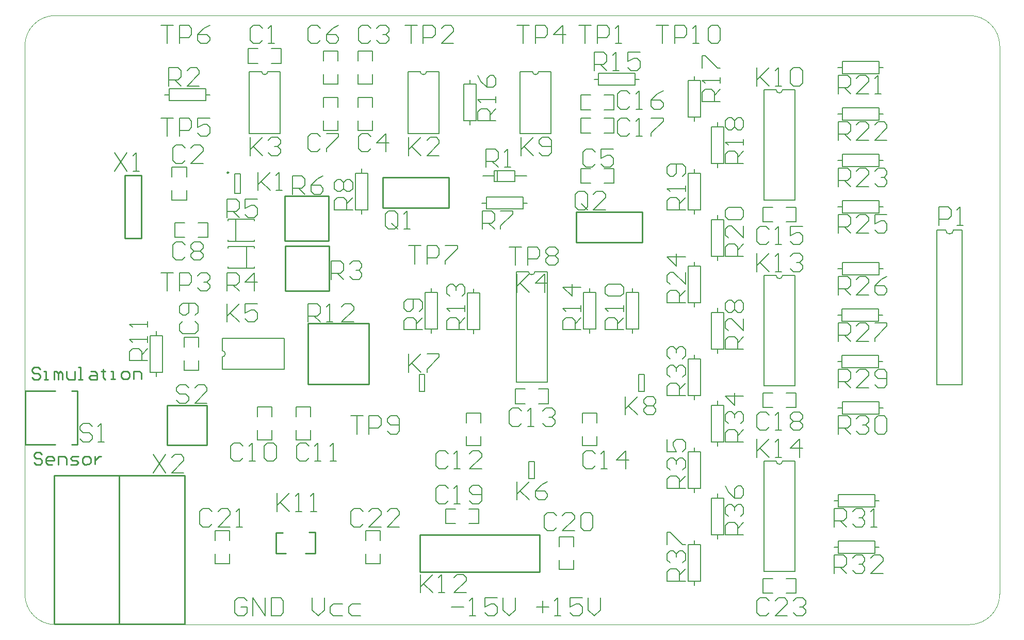
<source format=gto>
G04*
G04 #@! TF.GenerationSoftware,Altium Limited,Altium Designer,20.1.12 (249)*
G04*
G04 Layer_Color=65535*
%FSLAX25Y25*%
%MOIN*%
G70*
G04*
G04 #@! TF.SameCoordinates,6C7D9CAF-E978-41D4-BD8A-455F840FEFA2*
G04*
G04*
G04 #@! TF.FilePolarity,Positive*
G04*
G01*
G75*
%ADD10C,0.00984*%
%ADD11C,0.00787*%
%ADD12C,0.01000*%
%ADD13C,0.00591*%
%ADD14C,0.00197*%
D10*
X131693Y292185D02*
G03*
X131693Y292185I-492J0D01*
G01*
D11*
X595000Y255000D02*
G03*
X600000Y255000I2500J0D01*
G01*
X485500Y105630D02*
G03*
X489500Y105630I2000J0D01*
G01*
X485500Y225630D02*
G03*
X489500Y225630I2000J0D01*
G01*
X485500Y345630D02*
G03*
X489500Y345630I2000J0D01*
G01*
X328000Y357500D02*
G03*
X332000Y357500I2000J0D01*
G01*
X127500Y173000D02*
G03*
X127500Y177000I0J2000D01*
G01*
X325500Y228130D02*
G03*
X329500Y228130I2000J0D01*
G01*
X153000Y357500D02*
G03*
X157000Y357500I2000J0D01*
G01*
X255500D02*
G03*
X259500Y357500I2000J0D01*
G01*
X127500Y165000D02*
Y173000D01*
Y177000D02*
Y185000D01*
X167500D01*
X127500Y165000D02*
X167500D01*
Y185000D01*
X135728Y278701D02*
Y291299D01*
X139272Y278701D02*
Y291299D01*
X135728D02*
X139272D01*
X135728Y278701D02*
X139272D01*
X148193Y261050D02*
Y262034D01*
Y247861D02*
Y248845D01*
X131263Y247861D02*
Y248845D01*
Y262034D02*
X148193D01*
X131263Y247861D02*
X148193D01*
X131263Y261050D02*
Y262034D01*
X136185Y247861D02*
Y262034D01*
X131263Y230361D02*
Y231345D01*
Y243550D02*
Y244534D01*
X148193Y243550D02*
Y244534D01*
X131263Y230361D02*
X148193D01*
X131263Y244534D02*
X148193D01*
Y230361D02*
Y231345D01*
X143271Y230361D02*
Y244534D01*
X436437Y28091D02*
Y51713D01*
X428563D02*
X436437D01*
X428563Y28091D02*
Y51713D01*
X432500D02*
Y54469D01*
Y25335D02*
Y28091D01*
X428563D02*
X436437D01*
X451437Y58189D02*
Y81811D01*
X443563D02*
X451437D01*
X443563Y58189D02*
Y81811D01*
X447500D02*
Y84567D01*
Y55433D02*
Y58189D01*
X443563D02*
X451437D01*
X436437Y88090D02*
Y111713D01*
X428563D02*
X436437D01*
X428563Y88090D02*
Y111713D01*
X432500D02*
Y114469D01*
Y85335D02*
Y88090D01*
X428563D02*
X436437D01*
X451437Y118189D02*
Y141811D01*
X443563D02*
X451437D01*
X443563Y118189D02*
Y141811D01*
X447500D02*
Y144567D01*
Y115433D02*
Y118189D01*
X443563D02*
X451437D01*
X436437Y148091D02*
Y171713D01*
X428563D02*
X436437D01*
X428563Y148091D02*
Y171713D01*
X432500D02*
Y174469D01*
Y145335D02*
Y148091D01*
X428563D02*
X436437D01*
X525689Y46063D02*
Y53937D01*
X522933Y50000D02*
X525689D01*
X549311D02*
X552067D01*
X525689Y53937D02*
X549311D01*
Y46063D02*
Y53937D01*
X525689Y46063D02*
X549311D01*
X525689Y76063D02*
Y83937D01*
X522933Y80000D02*
X525689D01*
X549311D02*
X552067D01*
X525689Y83937D02*
X549311D01*
Y76063D02*
Y83937D01*
X525689Y76063D02*
X549311D01*
X528189Y136063D02*
Y143937D01*
X525433Y140000D02*
X528189D01*
X551811D02*
X554567D01*
X528189Y143937D02*
X551811D01*
Y136063D02*
Y143937D01*
X528189Y136063D02*
X551811D01*
X527874Y166063D02*
Y173937D01*
X525118Y170000D02*
X527874D01*
X551496D02*
X554252D01*
X527874Y173937D02*
X551496D01*
Y166063D02*
Y173937D01*
X527874Y166063D02*
X551496D01*
X443563Y178189D02*
X451437D01*
X447500Y175433D02*
Y178189D01*
Y201811D02*
Y204567D01*
X443563Y178189D02*
Y201811D01*
X451437D01*
Y178189D02*
Y201811D01*
X527874Y196063D02*
Y203937D01*
X525118Y200000D02*
X527874D01*
X551496D02*
X554252D01*
X527874Y203937D02*
X551496D01*
Y196063D02*
Y203937D01*
X527874Y196063D02*
X551496D01*
X528189Y226063D02*
Y233937D01*
X525433Y230000D02*
X528189D01*
X551811D02*
X554567D01*
X528189Y233937D02*
X551811D01*
Y226063D02*
Y233937D01*
X528189Y226063D02*
X551811D01*
X528189Y266063D02*
Y273937D01*
X525433Y270000D02*
X528189D01*
X551811D02*
X554567D01*
X528189Y273937D02*
X551811D01*
Y266063D02*
Y273937D01*
X528189Y266063D02*
X551811D01*
X436437Y208090D02*
Y231713D01*
X428563D02*
X436437D01*
X428563Y208090D02*
Y231713D01*
X432500D02*
Y234469D01*
Y205335D02*
Y208090D01*
X428563D02*
X436437D01*
X528189Y296063D02*
Y303937D01*
X525433Y300000D02*
X528189D01*
X551811D02*
X554567D01*
X528189Y303937D02*
X551811D01*
Y296063D02*
Y303937D01*
X528189Y296063D02*
X551811D01*
X528189Y326063D02*
Y333937D01*
X525433Y330000D02*
X528189D01*
X551811D02*
X554567D01*
X528189Y333937D02*
X551811D01*
Y326063D02*
Y333937D01*
X528189Y326063D02*
X551811D01*
X528189Y356063D02*
Y363937D01*
X525433Y360000D02*
X528189D01*
X551811D02*
X554567D01*
X528189Y363937D02*
X551811D01*
Y356063D02*
Y363937D01*
X528189Y356063D02*
X551811D01*
X451437Y238189D02*
Y261811D01*
X443563D02*
X451437D01*
X443563Y238189D02*
Y261811D01*
X447500D02*
Y264567D01*
Y235433D02*
Y238189D01*
X443563D02*
X451437D01*
X436437Y268091D02*
Y291713D01*
X428563D02*
X436437D01*
X428563Y268091D02*
Y291713D01*
X432500D02*
Y294468D01*
Y265335D02*
Y268091D01*
X428563D02*
X436437D01*
X451437Y298189D02*
Y321811D01*
X443563D02*
X451437D01*
X443563Y298189D02*
Y321811D01*
X447500D02*
Y324567D01*
Y295433D02*
Y298189D01*
X443563D02*
X451437D01*
X436437Y328091D02*
Y351713D01*
X428563D02*
X436437D01*
X428563Y328091D02*
Y351713D01*
X432500D02*
Y354468D01*
Y325335D02*
Y328091D01*
X428563D02*
X436437D01*
X283563Y325689D02*
X291437D01*
X287500Y322933D02*
Y325689D01*
Y349311D02*
Y352067D01*
X283563Y325689D02*
Y349311D01*
X291437D01*
Y325689D02*
Y349311D01*
X394311Y348563D02*
Y356437D01*
Y352500D02*
X397067D01*
X367933D02*
X370689D01*
Y348563D02*
X394311D01*
X370689D02*
Y356437D01*
X394311D01*
X361063Y214626D02*
X368937D01*
X365000D02*
Y217382D01*
Y188248D02*
Y191004D01*
X368937D02*
Y214626D01*
X361063Y191004D02*
X368937D01*
X361063D02*
Y214626D01*
X286063Y190689D02*
X293937D01*
X290000Y187933D02*
Y190689D01*
Y214311D02*
Y217067D01*
X286063Y190689D02*
Y214311D01*
X293937D01*
Y190689D02*
Y214311D01*
X88937Y163189D02*
Y186811D01*
X81063D02*
X88937D01*
X81063Y163189D02*
Y186811D01*
X85000D02*
Y189567D01*
Y160433D02*
Y163189D01*
X81063D02*
X88937D01*
X388563Y191004D02*
X396437D01*
X392500Y188248D02*
Y191004D01*
Y214626D02*
Y217382D01*
X388563Y191004D02*
Y214626D01*
X396437D01*
Y191004D02*
Y214626D01*
X258563Y191004D02*
X266437D01*
X262500Y188248D02*
Y191004D01*
Y214626D02*
Y217382D01*
X258563Y191004D02*
Y214626D01*
X266437D01*
Y191004D02*
Y214626D01*
X213563Y291811D02*
X221437D01*
X217500D02*
Y294567D01*
Y265433D02*
Y268189D01*
X221437D02*
Y291811D01*
X213563Y268189D02*
X221437D01*
X213563D02*
Y291811D01*
X298189Y268563D02*
Y276437D01*
X295433Y272500D02*
X298189D01*
X321811D02*
X324567D01*
X298189Y276437D02*
X321811D01*
Y268563D02*
Y276437D01*
X298189Y268563D02*
X321811D01*
X93189Y338563D02*
X116811D01*
Y346437D01*
X93189D02*
X116811D01*
Y342500D02*
X119567D01*
X90433D02*
X93189D01*
Y338563D02*
Y346437D01*
X303307Y293543D02*
X316693D01*
X303307Y286457D02*
X316693D01*
Y293543D01*
X303307Y286457D02*
Y293543D01*
X305276Y286457D02*
Y293543D01*
X295827Y290000D02*
X303307D01*
X316693D02*
X324173D01*
X589331Y155000D02*
Y255000D01*
Y155000D02*
X605669D01*
Y255000D01*
X600000D02*
X605669D01*
X589331D02*
X595000D01*
X477500Y34370D02*
X497500D01*
X477500D02*
Y105630D01*
X497500Y34370D02*
Y105630D01*
X489500D02*
X497500D01*
X477500D02*
X485500D01*
X477500Y154370D02*
X497500D01*
X477500D02*
Y225630D01*
X497500Y154370D02*
Y225630D01*
X489500D02*
X497500D01*
X477500D02*
X485500D01*
X477500Y274370D02*
X497500D01*
X477500D02*
Y345630D01*
X497500Y274370D02*
Y345630D01*
X489500D02*
X497500D01*
X477500D02*
X485500D01*
X320000Y317500D02*
X340000D01*
X320000D02*
Y357500D01*
X340000Y317500D02*
Y357500D01*
X332000D02*
X340000D01*
X320000D02*
X328000D01*
X400177Y150748D02*
Y161772D01*
X396634Y150748D02*
Y161772D01*
Y150748D02*
X400177D01*
X396634Y161772D02*
X400177D01*
X258366Y150748D02*
Y161772D01*
X254823Y150748D02*
Y161772D01*
Y150748D02*
X258366D01*
X254823Y161772D02*
X258366D01*
X325728Y105512D02*
X329272D01*
X325728Y94488D02*
X329272D01*
X325728D02*
Y105512D01*
X329272Y94488D02*
Y105512D01*
X317500Y156870D02*
X337500D01*
X317500D02*
Y228130D01*
X337500Y156870D02*
Y228130D01*
X329500D02*
X337500D01*
X317500D02*
X325500D01*
X145000Y317500D02*
X165000D01*
X145000D02*
Y357500D01*
X165000Y317500D02*
Y357500D01*
X157000D02*
X165000D01*
X145000D02*
X153000D01*
X247500Y317500D02*
X267500D01*
X247500D02*
Y357500D01*
X267500Y317500D02*
Y357500D01*
X259500D02*
X267500D01*
X247500D02*
X255500D01*
X476870Y20276D02*
X483169D01*
X476870Y29724D02*
X483169D01*
X476870Y20276D02*
Y29724D01*
X498131Y20275D02*
Y29724D01*
X491831D02*
X498131D01*
X491831Y20275D02*
X498131D01*
X229725Y54331D02*
Y60631D01*
X220276Y54331D02*
Y60631D01*
X229725D01*
X220276Y39370D02*
X229724D01*
X220276D02*
Y45669D01*
X229724Y39370D02*
Y45669D01*
X132225Y54331D02*
Y60631D01*
X122776Y54331D02*
Y60631D01*
X132225D01*
X122776Y39370D02*
X132224D01*
X122776D02*
Y45669D01*
X132224Y39370D02*
Y45669D01*
X345275Y35570D02*
Y41869D01*
X354724Y35570D02*
Y41869D01*
X345275Y35570D02*
X354724D01*
X345276Y56831D02*
X354724D01*
Y50532D02*
Y56831D01*
X345276Y50532D02*
Y56831D01*
X271869Y74725D02*
X278169D01*
X271869Y65276D02*
X278169D01*
X271869D02*
Y74725D01*
X293130Y65276D02*
Y74724D01*
X286831Y65276D02*
X293130D01*
X286831Y74724D02*
X293130D01*
X476870Y140276D02*
X483169D01*
X476870Y149724D02*
X483169D01*
X476870Y140276D02*
Y149724D01*
X498131Y140275D02*
Y149724D01*
X491831D02*
X498131D01*
X491831Y140275D02*
X498131D01*
X359370Y317776D02*
X365669D01*
X359370Y327224D02*
X365669D01*
X359370Y317776D02*
Y327224D01*
X380631Y317775D02*
Y327224D01*
X374331D02*
X380631D01*
X374331Y317775D02*
X380631D01*
X359370Y332776D02*
X365669D01*
X359370Y342224D02*
X365669D01*
X359370Y332776D02*
Y342224D01*
X380631Y332775D02*
Y342224D01*
X374331D02*
X380631D01*
X374331Y332775D02*
X380631D01*
X476870Y260276D02*
X483169D01*
X476870Y269724D02*
X483169D01*
X476870Y260276D02*
Y269724D01*
X498131Y260275D02*
Y269724D01*
X491831D02*
X498131D01*
X491831Y260275D02*
X498131D01*
X360276Y130532D02*
Y136831D01*
X369724Y130532D02*
Y136831D01*
X360276D02*
X369724D01*
X360275Y115570D02*
X369724D01*
Y121869D01*
X360275Y115570D02*
Y121869D01*
X331831Y152224D02*
X338130D01*
X331831Y142776D02*
X338130D01*
Y152224D01*
X316869Y142776D02*
Y152225D01*
Y142776D02*
X323169D01*
X316869Y152225D02*
X323169D01*
X285276Y130532D02*
Y136831D01*
X294724Y130532D02*
Y136831D01*
X285276D02*
X294724D01*
X285275Y115570D02*
X294724D01*
Y121869D01*
X285275Y115570D02*
Y121869D01*
X175275Y119369D02*
Y125669D01*
X184724Y119369D02*
Y125669D01*
X175275Y119369D02*
X184724D01*
X175276Y140630D02*
X184724D01*
Y134331D02*
Y140630D01*
X175276Y134331D02*
Y140630D01*
X150275Y119369D02*
Y125669D01*
X159724Y119369D02*
Y125669D01*
X150275Y119369D02*
X159724D01*
X150276Y140630D02*
X159724D01*
Y134331D02*
Y140630D01*
X150276Y134331D02*
Y140630D01*
X102775Y164369D02*
Y170669D01*
X112224Y164369D02*
Y170669D01*
X102775Y164369D02*
X112224D01*
X102776Y185630D02*
X112224D01*
Y179331D02*
Y185630D01*
X102776Y179331D02*
Y185630D01*
X111831Y259724D02*
X118130D01*
X111831Y250276D02*
X118130D01*
Y259724D01*
X96869Y250276D02*
Y259725D01*
Y250276D02*
X103169D01*
X96869Y259725D02*
X103169D01*
X202225Y334331D02*
Y340631D01*
X192776Y334331D02*
Y340631D01*
X202225D01*
X192776Y319370D02*
X202224D01*
X192776D02*
Y325669D01*
X202224Y319370D02*
Y325669D01*
X192776Y364331D02*
Y370630D01*
X202224Y364331D02*
Y370630D01*
X192776D02*
X202224D01*
X192775Y349369D02*
X202224D01*
Y355669D01*
X192775Y349369D02*
Y355669D01*
X359370Y285276D02*
X365669D01*
X359370Y294724D02*
X365669D01*
X359370Y285276D02*
Y294724D01*
X380631Y285275D02*
Y294724D01*
X374331D02*
X380631D01*
X374331Y285275D02*
X380631D01*
X224724Y319370D02*
Y325669D01*
X215276Y319370D02*
Y325669D01*
Y319370D02*
X224724D01*
X215276Y340631D02*
X224725D01*
X215276Y334331D02*
Y340631D01*
X224725Y334331D02*
Y340631D01*
X215276Y364331D02*
Y370630D01*
X224724Y364331D02*
Y370630D01*
X215276D02*
X224724D01*
X215275Y349369D02*
X224724D01*
Y355669D01*
X215275Y349369D02*
Y355669D01*
X95003Y274317D02*
Y280616D01*
X104452Y274317D02*
Y280616D01*
X95003Y274317D02*
X104452D01*
X95004Y295577D02*
X104453D01*
Y289278D02*
Y295577D01*
X95004Y289278D02*
Y295577D01*
X144370Y362776D02*
X150669D01*
X144370Y372224D02*
X150669D01*
X144370Y362776D02*
Y372224D01*
X165631Y362775D02*
Y372224D01*
X159331D02*
X165631D01*
X159331Y362775D02*
X165631D01*
D12*
X34055Y116535D02*
Y151181D01*
X197Y116535D02*
Y151181D01*
X30118D02*
X34055D01*
X197D02*
X19488D01*
X197Y116535D02*
X19488D01*
X30118D02*
X34055D01*
X273917Y269508D02*
Y289193D01*
X231398Y269508D02*
X273917D01*
X231398D02*
Y289193D01*
X273917D01*
X356398Y266693D02*
X398917D01*
X356398Y247008D02*
Y266693D01*
Y247008D02*
X398917D01*
Y266693D01*
X75217Y249764D02*
Y290315D01*
X64685Y249764D02*
X75217D01*
X64685D02*
Y290315D01*
X75217D01*
X196342Y248176D02*
Y277113D01*
X168094D02*
X196342D01*
X168094Y248176D02*
X196342D01*
X168094D02*
Y277113D01*
X196614Y215728D02*
Y244665D01*
X168366D02*
X196614D01*
X168366Y215728D02*
X196614D01*
X168366D02*
Y244665D01*
X91890Y141654D02*
X117480D01*
Y116063D02*
Y141654D01*
X91890Y116063D02*
X117480D01*
X91890D02*
Y141654D01*
X18917Y433D02*
Y96507D01*
X61043Y433D02*
Y96507D01*
X18917D02*
X103288D01*
X18917Y433D02*
X103211D01*
X103288Y511D01*
Y96507D01*
X183012Y155354D02*
Y194626D01*
Y155354D02*
X222185D01*
X183012Y194626D02*
X222185D01*
Y155354D02*
Y194626D01*
X255157Y33996D02*
X332716D01*
Y58012D01*
X255157Y33996D02*
Y58012D01*
X332716D01*
X162205Y46201D02*
Y59390D01*
X187598Y46201D02*
Y59587D01*
X162205Y46201D02*
X168701D01*
X181299D02*
X187598D01*
X183661Y59587D02*
X187598D01*
X162205Y59390D02*
X166535D01*
X11071Y109994D02*
X9754Y111301D01*
X7130Y111291D01*
X5824Y109974D01*
X5829Y108662D01*
X7146Y107355D01*
X9770Y107365D01*
X11087Y106059D01*
X11092Y104747D01*
X9785Y103430D01*
X7162Y103419D01*
X5844Y104726D01*
X17657Y103461D02*
X15033Y103451D01*
X13716Y104757D01*
X13705Y107381D01*
X15012Y108698D01*
X17636Y108709D01*
X18953Y107402D01*
X18958Y106090D01*
X13711Y106069D01*
X21592Y103477D02*
X21572Y108724D01*
X25507Y108740D01*
X26824Y107433D01*
X26840Y103497D01*
X29464Y103508D02*
X33400Y103523D01*
X34706Y104841D01*
X33389Y106147D01*
X30765Y106137D01*
X29448Y107443D01*
X30755Y108761D01*
X34691Y108776D01*
X38647Y103544D02*
X41271Y103555D01*
X42578Y104872D01*
X42567Y107496D01*
X41250Y108802D01*
X38626Y108792D01*
X37320Y107475D01*
X37330Y104851D01*
X38647Y103544D01*
X45186Y108818D02*
X45207Y103570D01*
X45196Y106194D01*
X46503Y107511D01*
X47810Y108828D01*
X49122Y108834D01*
X9796Y164940D02*
X8479Y166246D01*
X5855Y166236D01*
X4549Y164919D01*
X4554Y163607D01*
X5871Y162300D01*
X8495Y162311D01*
X9812Y161004D01*
X9817Y159692D01*
X8510Y158375D01*
X5887Y158364D01*
X4569Y159671D01*
X12446Y158390D02*
X15070Y158401D01*
X13758Y158396D01*
X13737Y163643D01*
X12425Y163638D01*
X19006Y158417D02*
X18985Y163664D01*
X20297Y163669D01*
X21614Y162363D01*
X21629Y158427D01*
X21614Y162363D01*
X22920Y163680D01*
X24238Y162373D01*
X24253Y158437D01*
X26856Y163696D02*
X26872Y159760D01*
X28189Y158453D01*
X32125Y158469D01*
X32104Y163716D01*
X34748Y158479D02*
X37372Y158490D01*
X36060Y158484D01*
X36029Y166356D01*
X34717Y166351D01*
X42599Y163758D02*
X45223Y163768D01*
X46540Y162462D01*
X46556Y158526D01*
X42620Y158510D01*
X41303Y159817D01*
X42609Y161134D01*
X46545Y161150D01*
X50465Y165101D02*
X50470Y163789D01*
X49158Y163784D01*
X51782Y163795D01*
X50470Y163789D01*
X50486Y159854D01*
X51803Y158547D01*
X55739Y158563D02*
X58363Y158573D01*
X57051Y158568D01*
X57030Y163815D01*
X55718Y163810D01*
X63610Y158594D02*
X66234Y158604D01*
X67541Y159921D01*
X67530Y162545D01*
X66213Y163852D01*
X63589Y163841D01*
X62283Y162524D01*
X62293Y159900D01*
X63610Y158594D01*
X70170Y158620D02*
X70149Y163867D01*
X74085Y163883D01*
X75402Y162576D01*
X75417Y158641D01*
D13*
X318091Y387398D02*
X325962D01*
X322026D01*
Y375590D01*
X329898D02*
Y387398D01*
X335801D01*
X337769Y385430D01*
Y381494D01*
X335801Y379526D01*
X329898D01*
X347608Y375590D02*
Y387398D01*
X341705Y381494D01*
X349576D01*
X58091Y304898D02*
X65962Y293091D01*
Y304898D02*
X58091Y293091D01*
X69898D02*
X73834D01*
X71866D01*
Y304898D01*
X69898Y302930D01*
X240962Y257558D02*
Y265430D01*
X238994Y267398D01*
X235058D01*
X233090Y265430D01*
Y257558D01*
X235058Y255591D01*
X238994D01*
X237026Y259526D02*
X240962Y255591D01*
X238994D02*
X240962Y257558D01*
X244898Y255591D02*
X248833D01*
X246866D01*
Y267398D01*
X244898Y265430D01*
X304410Y325590D02*
X292602D01*
Y331494D01*
X294570Y333462D01*
X298506D01*
X300474Y331494D01*
Y325590D01*
Y329526D02*
X304410Y333462D01*
Y337398D02*
Y341334D01*
Y339366D01*
X292602D01*
X294570Y337398D01*
X292602Y355109D02*
X294570Y351173D01*
X298506Y347237D01*
X302442D01*
X304410Y349205D01*
Y353141D01*
X302442Y355109D01*
X300474D01*
X298506Y353141D01*
Y347237D01*
X173091Y278091D02*
Y289898D01*
X178994D01*
X180962Y287930D01*
Y283994D01*
X178994Y282026D01*
X173091D01*
X177026D02*
X180962Y278091D01*
X192769Y289898D02*
X188833Y287930D01*
X184898Y283994D01*
Y280058D01*
X186866Y278091D01*
X190801D01*
X192769Y280058D01*
Y282026D01*
X190801Y283994D01*
X184898D01*
X198091Y223091D02*
Y234898D01*
X203994D01*
X205962Y232930D01*
Y228994D01*
X203994Y227026D01*
X198091D01*
X202026D02*
X205962Y223091D01*
X209898Y232930D02*
X211866Y234898D01*
X215801D01*
X217769Y232930D01*
Y230962D01*
X215801Y228994D01*
X213833D01*
X215801D01*
X217769Y227026D01*
Y225058D01*
X215801Y223091D01*
X211866D01*
X209898Y225058D01*
X105962Y152930D02*
X103994Y154898D01*
X100058D01*
X98090Y152930D01*
Y150962D01*
X100058Y148994D01*
X103994D01*
X105962Y147026D01*
Y145058D01*
X103994Y143090D01*
X100058D01*
X98090Y145058D01*
X117769Y143090D02*
X109898D01*
X117769Y150962D01*
Y152930D01*
X115801Y154898D01*
X111866D01*
X109898Y152930D01*
X150591Y292398D02*
Y280591D01*
Y284526D01*
X158462Y292398D01*
X152558Y286494D01*
X158462Y280591D01*
X162398D02*
X166333D01*
X164366D01*
Y292398D01*
X162398Y290430D01*
X130590Y263090D02*
Y274898D01*
X136494D01*
X138462Y272930D01*
Y268994D01*
X136494Y267026D01*
X130590D01*
X134526D02*
X138462Y263090D01*
X150269Y274898D02*
X142398D01*
Y268994D01*
X146334Y270962D01*
X148301D01*
X150269Y268994D01*
Y265058D01*
X148301Y263090D01*
X144366D01*
X142398Y265058D01*
X130590Y215591D02*
Y227398D01*
X136494D01*
X138462Y225430D01*
Y221494D01*
X136494Y219526D01*
X130590D01*
X134526D02*
X138462Y215591D01*
X148301D02*
Y227398D01*
X142398Y221494D01*
X150269D01*
X83091Y109898D02*
X90962Y98090D01*
Y109898D02*
X83091Y98090D01*
X102769D02*
X94898D01*
X102769Y105962D01*
Y107930D01*
X100801Y109898D01*
X96866D01*
X94898Y107930D01*
X275590Y11494D02*
X283462D01*
X287398Y5590D02*
X291334D01*
X289366D01*
Y17398D01*
X287398Y15430D01*
X305109Y17398D02*
X297237D01*
Y11494D01*
X301173Y13462D01*
X303141D01*
X305109Y11494D01*
Y7558D01*
X303141Y5590D01*
X299205D01*
X297237Y7558D01*
X309044Y17398D02*
Y9526D01*
X312980Y5590D01*
X316916Y9526D01*
Y17398D01*
X330591Y11494D02*
X338462D01*
X334526Y15430D02*
Y7558D01*
X342398Y5590D02*
X346334D01*
X344366D01*
Y17398D01*
X342398Y15430D01*
X360109Y17398D02*
X352237D01*
Y11494D01*
X356173Y13462D01*
X358141D01*
X360109Y11494D01*
Y7558D01*
X358141Y5590D01*
X354205D01*
X352237Y7558D01*
X364044Y17398D02*
Y9526D01*
X367980Y5590D01*
X371916Y9526D01*
Y17398D01*
X185591D02*
Y9526D01*
X189526Y5590D01*
X193462Y9526D01*
Y17398D01*
X205269Y13462D02*
X199366D01*
X197398Y11494D01*
Y7558D01*
X199366Y5590D01*
X205269D01*
X217076Y13462D02*
X211173D01*
X209205Y11494D01*
Y7558D01*
X211173Y5590D01*
X217076D01*
X143462Y15430D02*
X141494Y17398D01*
X137558D01*
X135591Y15430D01*
Y7558D01*
X137558Y5590D01*
X141494D01*
X143462Y7558D01*
Y11494D01*
X139526D01*
X147398Y5590D02*
Y17398D01*
X155269Y5590D01*
Y17398D01*
X159205D02*
Y5590D01*
X165109D01*
X167076Y7558D01*
Y15430D01*
X165109Y17398D01*
X159205D01*
X408090Y387398D02*
X415962D01*
X412026D01*
Y375590D01*
X419898D02*
Y387398D01*
X425801D01*
X427769Y385430D01*
Y381494D01*
X425801Y379526D01*
X419898D01*
X431705Y375590D02*
X435641D01*
X433673D01*
Y387398D01*
X431705Y385430D01*
X441544D02*
X443512Y387398D01*
X447448D01*
X449416Y385430D01*
Y377558D01*
X447448Y375590D01*
X443512D01*
X441544Y377558D01*
Y385430D01*
X210591Y134898D02*
X218462D01*
X214526D01*
Y123091D01*
X222398D02*
Y134898D01*
X228301D01*
X230269Y132930D01*
Y128994D01*
X228301Y127026D01*
X222398D01*
X234205Y125058D02*
X236173Y123091D01*
X240108D01*
X242076Y125058D01*
Y132930D01*
X240108Y134898D01*
X236173D01*
X234205Y132930D01*
Y130962D01*
X236173Y128994D01*
X242076D01*
X313090Y244155D02*
X320962D01*
X317026D01*
Y232348D01*
X324898D02*
Y244155D01*
X330801D01*
X332769Y242187D01*
Y238251D01*
X330801Y236283D01*
X324898D01*
X336705Y242187D02*
X338673Y244155D01*
X342608D01*
X344576Y242187D01*
Y240219D01*
X342608Y238251D01*
X344576Y236283D01*
Y234315D01*
X342608Y232348D01*
X338673D01*
X336705Y234315D01*
Y236283D01*
X338673Y238251D01*
X336705Y240219D01*
Y242187D01*
X338673Y238251D02*
X342608D01*
X248091Y244898D02*
X255962D01*
X252026D01*
Y233090D01*
X259898D02*
Y244898D01*
X265801D01*
X267769Y242930D01*
Y238994D01*
X265801Y237026D01*
X259898D01*
X271705Y244898D02*
X279576D01*
Y242930D01*
X271705Y235058D01*
Y233090D01*
X88090Y387398D02*
X95962D01*
X92026D01*
Y375590D01*
X99898D02*
Y387398D01*
X105801D01*
X107769Y385430D01*
Y381494D01*
X105801Y379526D01*
X99898D01*
X119576Y387398D02*
X115641Y385430D01*
X111705Y381494D01*
Y377558D01*
X113673Y375590D01*
X117608D01*
X119576Y377558D01*
Y379526D01*
X117608Y381494D01*
X111705D01*
X88090Y327398D02*
X95962D01*
X92026D01*
Y315591D01*
X99898D02*
Y327398D01*
X105801D01*
X107769Y325430D01*
Y321494D01*
X105801Y319526D01*
X99898D01*
X119576Y327398D02*
X111705D01*
Y321494D01*
X115641Y323462D01*
X117608D01*
X119576Y321494D01*
Y317558D01*
X117608Y315591D01*
X113673D01*
X111705Y317558D01*
X88090Y227398D02*
X95962D01*
X92026D01*
Y215591D01*
X99898D02*
Y227398D01*
X105801D01*
X107769Y225430D01*
Y221494D01*
X105801Y219526D01*
X99898D01*
X111705Y225430D02*
X113673Y227398D01*
X117608D01*
X119576Y225430D01*
Y223462D01*
X117608Y221494D01*
X115641D01*
X117608D01*
X119576Y219526D01*
Y217558D01*
X117608Y215591D01*
X113673D01*
X111705Y217558D01*
X245590Y387398D02*
X253462D01*
X249526D01*
Y375590D01*
X257398D02*
Y387398D01*
X263301D01*
X265269Y385430D01*
Y381494D01*
X263301Y379526D01*
X257398D01*
X277076Y375590D02*
X269205D01*
X277076Y383462D01*
Y385430D01*
X275109Y387398D01*
X271173D01*
X269205Y385430D01*
X358090Y387398D02*
X365962D01*
X362026D01*
Y375590D01*
X369898D02*
Y387398D01*
X375801D01*
X377769Y385430D01*
Y381494D01*
X375801Y379526D01*
X369898D01*
X381705Y375590D02*
X385641D01*
X383673D01*
Y387398D01*
X381705Y385430D01*
X43462Y127930D02*
X41494Y129898D01*
X37558D01*
X35590Y127930D01*
Y125962D01*
X37558Y123994D01*
X41494D01*
X43462Y122026D01*
Y120058D01*
X41494Y118090D01*
X37558D01*
X35590Y120058D01*
X47398Y118090D02*
X51333D01*
X49366D01*
Y129898D01*
X47398Y127930D01*
X426909Y28091D02*
X415102D01*
Y33994D01*
X417070Y35962D01*
X421006D01*
X422974Y33994D01*
Y28091D01*
Y32026D02*
X426909Y35962D01*
X417070Y39898D02*
X415102Y41866D01*
Y45801D01*
X417070Y47769D01*
X419038D01*
X421006Y45801D01*
Y43834D01*
Y45801D01*
X422974Y47769D01*
X424942D01*
X426909Y45801D01*
Y41866D01*
X424942Y39898D01*
X415102Y51705D02*
Y59576D01*
X417070D01*
X424942Y51705D01*
X426909D01*
X464409Y58091D02*
X452602D01*
Y63994D01*
X454570Y65962D01*
X458506D01*
X460474Y63994D01*
Y58091D01*
Y62026D02*
X464409Y65962D01*
X454570Y69898D02*
X452602Y71866D01*
Y75801D01*
X454570Y77769D01*
X456538D01*
X458506Y75801D01*
Y73834D01*
Y75801D01*
X460474Y77769D01*
X462442D01*
X464409Y75801D01*
Y71866D01*
X462442Y69898D01*
X452602Y89576D02*
X454570Y85641D01*
X458506Y81705D01*
X462442D01*
X464409Y83673D01*
Y87608D01*
X462442Y89576D01*
X460474D01*
X458506Y87608D01*
Y81705D01*
X426909Y88090D02*
X415102D01*
Y93994D01*
X417070Y95962D01*
X421006D01*
X422974Y93994D01*
Y88090D01*
Y92026D02*
X426909Y95962D01*
X417070Y99898D02*
X415102Y101866D01*
Y105801D01*
X417070Y107769D01*
X419038D01*
X421006Y105801D01*
Y103833D01*
Y105801D01*
X422974Y107769D01*
X424942D01*
X426909Y105801D01*
Y101866D01*
X424942Y99898D01*
X415102Y119576D02*
Y111705D01*
X421006D01*
X419038Y115641D01*
Y117608D01*
X421006Y119576D01*
X424942D01*
X426909Y117608D01*
Y113673D01*
X424942Y111705D01*
X464409Y118090D02*
X452602D01*
Y123994D01*
X454570Y125962D01*
X458506D01*
X460474Y123994D01*
Y118090D01*
Y122026D02*
X464409Y125962D01*
X454570Y129898D02*
X452602Y131866D01*
Y135801D01*
X454570Y137769D01*
X456538D01*
X458506Y135801D01*
Y133834D01*
Y135801D01*
X460474Y137769D01*
X462442D01*
X464409Y135801D01*
Y131866D01*
X462442Y129898D01*
X464409Y147608D02*
X452602D01*
X458506Y141705D01*
Y149576D01*
X426909Y148091D02*
X415102D01*
Y153994D01*
X417070Y155962D01*
X421006D01*
X422974Y153994D01*
Y148091D01*
Y152026D02*
X426909Y155962D01*
X417070Y159898D02*
X415102Y161866D01*
Y165801D01*
X417070Y167769D01*
X419038D01*
X421006Y165801D01*
Y163833D01*
Y165801D01*
X422974Y167769D01*
X424942D01*
X426909Y165801D01*
Y161866D01*
X424942Y159898D01*
X417070Y171705D02*
X415102Y173673D01*
Y177609D01*
X417070Y179576D01*
X419038D01*
X421006Y177609D01*
Y175641D01*
Y177609D01*
X422974Y179576D01*
X424942D01*
X426909Y177609D01*
Y173673D01*
X424942Y171705D01*
X523091Y33090D02*
Y44898D01*
X528994D01*
X530962Y42930D01*
Y38994D01*
X528994Y37026D01*
X523091D01*
X527026D02*
X530962Y33090D01*
X534898Y42930D02*
X536866Y44898D01*
X540801D01*
X542769Y42930D01*
Y40962D01*
X540801Y38994D01*
X538834D01*
X540801D01*
X542769Y37026D01*
Y35058D01*
X540801Y33090D01*
X536866D01*
X534898Y35058D01*
X554576Y33090D02*
X546705D01*
X554576Y40962D01*
Y42930D01*
X552608Y44898D01*
X548673D01*
X546705Y42930D01*
X523091Y63090D02*
Y74898D01*
X528994D01*
X530962Y72930D01*
Y68994D01*
X528994Y67026D01*
X523091D01*
X527026D02*
X530962Y63090D01*
X534898Y72930D02*
X536866Y74898D01*
X540801D01*
X542769Y72930D01*
Y70962D01*
X540801Y68994D01*
X538834D01*
X540801D01*
X542769Y67026D01*
Y65058D01*
X540801Y63090D01*
X536866D01*
X534898Y65058D01*
X546705Y63090D02*
X550641D01*
X548673D01*
Y74898D01*
X546705Y72930D01*
X525591Y123091D02*
Y134898D01*
X531494D01*
X533462Y132930D01*
Y128994D01*
X531494Y127026D01*
X525591D01*
X529526D02*
X533462Y123091D01*
X537398Y132930D02*
X539366Y134898D01*
X543301D01*
X545269Y132930D01*
Y130962D01*
X543301Y128994D01*
X541333D01*
X543301D01*
X545269Y127026D01*
Y125058D01*
X543301Y123091D01*
X539366D01*
X537398Y125058D01*
X549205Y132930D02*
X551173Y134898D01*
X555108D01*
X557076Y132930D01*
Y125058D01*
X555108Y123091D01*
X551173D01*
X549205Y125058D01*
Y132930D01*
X525591Y153091D02*
Y164898D01*
X531494D01*
X533462Y162930D01*
Y158994D01*
X531494Y157026D01*
X525591D01*
X529526D02*
X533462Y153091D01*
X545269D02*
X537398D01*
X545269Y160962D01*
Y162930D01*
X543301Y164898D01*
X539366D01*
X537398Y162930D01*
X549205Y155058D02*
X551173Y153091D01*
X555108D01*
X557076Y155058D01*
Y162930D01*
X555108Y164898D01*
X551173D01*
X549205Y162930D01*
Y160962D01*
X551173Y158994D01*
X557076D01*
X464409Y178091D02*
X452602D01*
Y183994D01*
X454570Y185962D01*
X458506D01*
X460474Y183994D01*
Y178091D01*
Y182026D02*
X464409Y185962D01*
Y197769D02*
Y189898D01*
X456538Y197769D01*
X454570D01*
X452602Y195801D01*
Y191866D01*
X454570Y189898D01*
Y201705D02*
X452602Y203673D01*
Y207609D01*
X454570Y209576D01*
X456538D01*
X458506Y207609D01*
X460474Y209576D01*
X462442D01*
X464409Y207609D01*
Y203673D01*
X462442Y201705D01*
X460474D01*
X458506Y203673D01*
X456538Y201705D01*
X454570D01*
X458506Y203673D02*
Y207609D01*
X525591Y183090D02*
Y194898D01*
X531494D01*
X533462Y192930D01*
Y188994D01*
X531494Y187026D01*
X525591D01*
X529526D02*
X533462Y183090D01*
X545269D02*
X537398D01*
X545269Y190962D01*
Y192930D01*
X543301Y194898D01*
X539366D01*
X537398Y192930D01*
X549205Y194898D02*
X557076D01*
Y192930D01*
X549205Y185058D01*
Y183090D01*
X525591Y213090D02*
Y224898D01*
X531494D01*
X533462Y222930D01*
Y218994D01*
X531494Y217026D01*
X525591D01*
X529526D02*
X533462Y213090D01*
X545269D02*
X537398D01*
X545269Y220962D01*
Y222930D01*
X543301Y224898D01*
X539366D01*
X537398Y222930D01*
X557076Y224898D02*
X553141Y222930D01*
X549205Y218994D01*
Y215058D01*
X551173Y213090D01*
X555108D01*
X557076Y215058D01*
Y217026D01*
X555108Y218994D01*
X549205D01*
X525591Y253091D02*
Y264898D01*
X531494D01*
X533462Y262930D01*
Y258994D01*
X531494Y257026D01*
X525591D01*
X529526D02*
X533462Y253091D01*
X545269D02*
X537398D01*
X545269Y260962D01*
Y262930D01*
X543301Y264898D01*
X539366D01*
X537398Y262930D01*
X557076Y264898D02*
X549205D01*
Y258994D01*
X553141Y260962D01*
X555108D01*
X557076Y258994D01*
Y255058D01*
X555108Y253091D01*
X551173D01*
X549205Y255058D01*
X426909Y208090D02*
X415102D01*
Y213994D01*
X417070Y215962D01*
X421006D01*
X422974Y213994D01*
Y208090D01*
Y212026D02*
X426909Y215962D01*
Y227769D02*
Y219898D01*
X419038Y227769D01*
X417070D01*
X415102Y225801D01*
Y221866D01*
X417070Y219898D01*
X426909Y237609D02*
X415102D01*
X421006Y231705D01*
Y239576D01*
X525591Y283090D02*
Y294898D01*
X531494D01*
X533462Y292930D01*
Y288994D01*
X531494Y287026D01*
X525591D01*
X529526D02*
X533462Y283090D01*
X545269D02*
X537398D01*
X545269Y290962D01*
Y292930D01*
X543301Y294898D01*
X539366D01*
X537398Y292930D01*
X549205D02*
X551173Y294898D01*
X555108D01*
X557076Y292930D01*
Y290962D01*
X555108Y288994D01*
X553141D01*
X555108D01*
X557076Y287026D01*
Y285058D01*
X555108Y283090D01*
X551173D01*
X549205Y285058D01*
X525591Y313090D02*
Y324898D01*
X531494D01*
X533462Y322930D01*
Y318994D01*
X531494Y317026D01*
X525591D01*
X529526D02*
X533462Y313090D01*
X545269D02*
X537398D01*
X545269Y320962D01*
Y322930D01*
X543301Y324898D01*
X539366D01*
X537398Y322930D01*
X557076Y313090D02*
X549205D01*
X557076Y320962D01*
Y322930D01*
X555108Y324898D01*
X551173D01*
X549205Y322930D01*
X525591Y343091D02*
Y354898D01*
X531494D01*
X533462Y352930D01*
Y348994D01*
X531494Y347026D01*
X525591D01*
X529526D02*
X533462Y343091D01*
X545269D02*
X537398D01*
X545269Y350962D01*
Y352930D01*
X543301Y354898D01*
X539366D01*
X537398Y352930D01*
X549205Y343091D02*
X553141D01*
X551173D01*
Y354898D01*
X549205Y352930D01*
X464409Y238090D02*
X452602D01*
Y243994D01*
X454570Y245962D01*
X458506D01*
X460474Y243994D01*
Y238090D01*
Y242026D02*
X464409Y245962D01*
Y257769D02*
Y249898D01*
X456538Y257769D01*
X454570D01*
X452602Y255801D01*
Y251866D01*
X454570Y249898D01*
Y261705D02*
X452602Y263673D01*
Y267608D01*
X454570Y269576D01*
X462442D01*
X464409Y267608D01*
Y263673D01*
X462442Y261705D01*
X454570D01*
X426909Y268091D02*
X415102D01*
Y273994D01*
X417070Y275962D01*
X421006D01*
X422974Y273994D01*
Y268091D01*
Y272026D02*
X426909Y275962D01*
Y279898D02*
Y283834D01*
Y281866D01*
X415102D01*
X417070Y279898D01*
X424942Y289737D02*
X426909Y291705D01*
Y295641D01*
X424942Y297609D01*
X417070D01*
X415102Y295641D01*
Y291705D01*
X417070Y289737D01*
X419038D01*
X421006Y291705D01*
Y297609D01*
X464409Y298091D02*
X452602D01*
Y303994D01*
X454570Y305962D01*
X458506D01*
X460474Y303994D01*
Y298091D01*
Y302026D02*
X464409Y305962D01*
Y309898D02*
Y313833D01*
Y311866D01*
X452602D01*
X454570Y309898D01*
Y319737D02*
X452602Y321705D01*
Y325641D01*
X454570Y327609D01*
X456538D01*
X458506Y325641D01*
X460474Y327609D01*
X462442D01*
X464409Y325641D01*
Y321705D01*
X462442Y319737D01*
X460474D01*
X458506Y321705D01*
X456538Y319737D01*
X454570D01*
X458506Y321705D02*
Y325641D01*
X449409Y338090D02*
X437602D01*
Y343994D01*
X439570Y345962D01*
X443506D01*
X445474Y343994D01*
Y338090D01*
Y342026D02*
X449409Y345962D01*
Y349898D02*
Y353834D01*
Y351866D01*
X437602D01*
X439570Y349898D01*
X437602Y359737D02*
Y367609D01*
X439570D01*
X447442Y359737D01*
X449409D01*
X368091Y358090D02*
Y369898D01*
X373994D01*
X375962Y367930D01*
Y363994D01*
X373994Y362026D01*
X368091D01*
X372026D02*
X375962Y358090D01*
X379898D02*
X383834D01*
X381866D01*
Y369898D01*
X379898Y367930D01*
X397609Y369898D02*
X389737D01*
Y363994D01*
X393673Y365962D01*
X395641D01*
X397609Y363994D01*
Y360058D01*
X395641Y358090D01*
X391705D01*
X389737Y360058D01*
X359409Y190591D02*
X347602D01*
Y196494D01*
X349570Y198462D01*
X353506D01*
X355474Y196494D01*
Y190591D01*
Y194526D02*
X359409Y198462D01*
Y202398D02*
Y206333D01*
Y204366D01*
X347602D01*
X349570Y202398D01*
X359409Y218141D02*
X347602D01*
X353506Y212237D01*
Y220109D01*
X284409Y190591D02*
X272602D01*
Y196494D01*
X274570Y198462D01*
X278506D01*
X280474Y196494D01*
Y190591D01*
Y194526D02*
X284409Y198462D01*
Y202398D02*
Y206333D01*
Y204366D01*
X272602D01*
X274570Y202398D01*
Y212237D02*
X272602Y214205D01*
Y218141D01*
X274570Y220109D01*
X276538D01*
X278506Y218141D01*
Y216173D01*
Y218141D01*
X280474Y220109D01*
X282442D01*
X284409Y218141D01*
Y214205D01*
X282442Y212237D01*
X183090Y195590D02*
Y207398D01*
X188994D01*
X190962Y205430D01*
Y201494D01*
X188994Y199526D01*
X183090D01*
X187026D02*
X190962Y195590D01*
X194898D02*
X198834D01*
X196866D01*
Y207398D01*
X194898Y205430D01*
X212609Y195590D02*
X204737D01*
X212609Y203462D01*
Y205430D01*
X210641Y207398D01*
X206705D01*
X204737Y205430D01*
X79409Y170590D02*
X67602D01*
Y176494D01*
X69570Y178462D01*
X73506D01*
X75474Y176494D01*
Y170590D01*
Y174526D02*
X79409Y178462D01*
Y182398D02*
Y186334D01*
Y184366D01*
X67602D01*
X69570Y182398D01*
X79409Y192237D02*
Y196173D01*
Y194205D01*
X67602D01*
X69570Y192237D01*
X386910Y190591D02*
X375102D01*
Y196494D01*
X377070Y198462D01*
X381006D01*
X382974Y196494D01*
Y190591D01*
Y194526D02*
X386910Y198462D01*
Y202398D02*
Y206333D01*
Y204366D01*
X375102D01*
X377070Y202398D01*
Y212237D02*
X375102Y214205D01*
Y218141D01*
X377070Y220109D01*
X384942D01*
X386910Y218141D01*
Y214205D01*
X384942Y212237D01*
X377070D01*
X256909Y190591D02*
X245102D01*
Y196494D01*
X247070Y198462D01*
X251006D01*
X252974Y196494D01*
Y190591D01*
Y194526D02*
X256909Y198462D01*
X254942Y202398D02*
X256909Y204366D01*
Y208301D01*
X254942Y210269D01*
X247070D01*
X245102Y208301D01*
Y204366D01*
X247070Y202398D01*
X249038D01*
X251006Y204366D01*
Y210269D01*
X211910Y268091D02*
X200102D01*
Y273994D01*
X202070Y275962D01*
X206006D01*
X207974Y273994D01*
Y268091D01*
Y272026D02*
X211910Y275962D01*
X202070Y279898D02*
X200102Y281866D01*
Y285801D01*
X202070Y287769D01*
X204038D01*
X206006Y285801D01*
X207974Y287769D01*
X209942D01*
X211910Y285801D01*
Y281866D01*
X209942Y279898D01*
X207974D01*
X206006Y281866D01*
X204038Y279898D01*
X202070D01*
X206006Y281866D02*
Y285801D01*
X295590Y255591D02*
Y267398D01*
X301494D01*
X303462Y265430D01*
Y261494D01*
X301494Y259526D01*
X295590D01*
X299526D02*
X303462Y255591D01*
X307398Y267398D02*
X315269D01*
Y265430D01*
X307398Y257558D01*
Y255591D01*
X93090Y348091D02*
Y359898D01*
X98994D01*
X100962Y357930D01*
Y353994D01*
X98994Y352026D01*
X93090D01*
X97026D02*
X100962Y348091D01*
X112769D02*
X104898D01*
X112769Y355962D01*
Y357930D01*
X110801Y359898D01*
X106866D01*
X104898Y357930D01*
X298091Y295590D02*
Y307398D01*
X303994D01*
X305962Y305430D01*
Y301494D01*
X303994Y299526D01*
X298091D01*
X302026D02*
X305962Y295590D01*
X309898D02*
X313833D01*
X311866D01*
Y307398D01*
X309898Y305430D01*
X363462Y270058D02*
Y277930D01*
X361494Y279898D01*
X357558D01*
X355591Y277930D01*
Y270058D01*
X357558Y268091D01*
X361494D01*
X359526Y272026D02*
X363462Y268091D01*
X361494D02*
X363462Y270058D01*
X375269Y268091D02*
X367398D01*
X375269Y275962D01*
Y277930D01*
X373301Y279898D01*
X369366D01*
X367398Y277930D01*
X590590Y258090D02*
Y269898D01*
X596494D01*
X598462Y267930D01*
Y263994D01*
X596494Y262026D01*
X590590D01*
X602398Y258090D02*
X606333D01*
X604366D01*
Y269898D01*
X602398Y267930D01*
X473091Y119898D02*
Y108090D01*
Y112026D01*
X480962Y119898D01*
X475058Y113994D01*
X480962Y108090D01*
X484898D02*
X488834D01*
X486866D01*
Y119898D01*
X484898Y117930D01*
X500641Y108090D02*
Y119898D01*
X494737Y113994D01*
X502609D01*
X473091Y239898D02*
Y228091D01*
Y232026D01*
X480962Y239898D01*
X475058Y233994D01*
X480962Y228091D01*
X484898D02*
X488834D01*
X486866D01*
Y239898D01*
X484898Y237930D01*
X494737D02*
X496705Y239898D01*
X500641D01*
X502609Y237930D01*
Y235962D01*
X500641Y233994D01*
X498673D01*
X500641D01*
X502609Y232026D01*
Y230058D01*
X500641Y228091D01*
X496705D01*
X494737Y230058D01*
X255591Y32398D02*
Y20591D01*
Y24526D01*
X263462Y32398D01*
X257558Y26494D01*
X263462Y20591D01*
X267398D02*
X271334D01*
X269366D01*
Y32398D01*
X267398Y30430D01*
X285109Y20591D02*
X277237D01*
X285109Y28462D01*
Y30430D01*
X283141Y32398D01*
X279205D01*
X277237Y30430D01*
X163091Y84898D02*
Y73090D01*
Y77026D01*
X170962Y84898D01*
X165058Y78994D01*
X170962Y73090D01*
X174898D02*
X178833D01*
X176866D01*
Y84898D01*
X174898Y82930D01*
X184737Y73090D02*
X188673D01*
X186705D01*
Y84898D01*
X184737Y82930D01*
X473091Y359898D02*
Y348091D01*
Y352026D01*
X480962Y359898D01*
X475058Y353994D01*
X480962Y348091D01*
X484898D02*
X488834D01*
X486866D01*
Y359898D01*
X484898Y357930D01*
X494737D02*
X496705Y359898D01*
X500641D01*
X502609Y357930D01*
Y350058D01*
X500641Y348091D01*
X496705D01*
X494737Y350058D01*
Y357930D01*
X320590Y314898D02*
Y303091D01*
Y307026D01*
X328462Y314898D01*
X322558Y308994D01*
X328462Y303091D01*
X332398Y305058D02*
X334366Y303091D01*
X338301D01*
X340269Y305058D01*
Y312930D01*
X338301Y314898D01*
X334366D01*
X332398Y312930D01*
Y310962D01*
X334366Y308994D01*
X340269D01*
X388090Y147398D02*
Y135591D01*
Y139526D01*
X395962Y147398D01*
X390058Y141494D01*
X395962Y135591D01*
X399898Y145430D02*
X401866Y147398D01*
X405801D01*
X407769Y145430D01*
Y143462D01*
X405801Y141494D01*
X407769Y139526D01*
Y137558D01*
X405801Y135591D01*
X401866D01*
X399898Y137558D01*
Y139526D01*
X401866Y141494D01*
X399898Y143462D01*
Y145430D01*
X401866Y141494D02*
X405801D01*
X248091Y174898D02*
Y163091D01*
Y167026D01*
X255962Y174898D01*
X250058Y168994D01*
X255962Y163091D01*
X259898Y174898D02*
X267769D01*
Y172930D01*
X259898Y165058D01*
Y163091D01*
X318091Y92398D02*
Y80590D01*
Y84526D01*
X325962Y92398D01*
X320058Y86494D01*
X325962Y80590D01*
X337769Y92398D02*
X333834Y90430D01*
X329898Y86494D01*
Y82558D01*
X331866Y80590D01*
X335801D01*
X337769Y82558D01*
Y84526D01*
X335801Y86494D01*
X329898D01*
X130590Y207398D02*
Y195590D01*
Y199526D01*
X138462Y207398D01*
X132558Y201494D01*
X138462Y195590D01*
X150269Y207398D02*
X142398D01*
Y201494D01*
X146334Y203462D01*
X148301D01*
X150269Y201494D01*
Y197558D01*
X148301Y195590D01*
X144366D01*
X142398Y197558D01*
X318091Y226655D02*
Y214848D01*
Y218783D01*
X325962Y226655D01*
X320058Y220751D01*
X325962Y214848D01*
X335801D02*
Y226655D01*
X329898Y220751D01*
X337769D01*
X145590Y314898D02*
Y303091D01*
Y307026D01*
X153462Y314898D01*
X147558Y308994D01*
X153462Y303091D01*
X157398Y312930D02*
X159366Y314898D01*
X163301D01*
X165269Y312930D01*
Y310962D01*
X163301Y308994D01*
X161334D01*
X163301D01*
X165269Y307026D01*
Y305058D01*
X163301Y303091D01*
X159366D01*
X157398Y305058D01*
X248091Y314898D02*
Y303091D01*
Y307026D01*
X255962Y314898D01*
X250058Y308994D01*
X255962Y303091D01*
X267769D02*
X259898D01*
X267769Y310962D01*
Y312930D01*
X265801Y314898D01*
X261866D01*
X259898Y312930D01*
X480962Y15430D02*
X478994Y17398D01*
X475058D01*
X473091Y15430D01*
Y7558D01*
X475058Y5590D01*
X478994D01*
X480962Y7558D01*
X492769Y5590D02*
X484898D01*
X492769Y13462D01*
Y15430D01*
X490801Y17398D01*
X486866D01*
X484898Y15430D01*
X496705D02*
X498673Y17398D01*
X502608D01*
X504576Y15430D01*
Y13462D01*
X502608Y11494D01*
X500641D01*
X502608D01*
X504576Y9526D01*
Y7558D01*
X502608Y5590D01*
X498673D01*
X496705Y7558D01*
X218462Y72930D02*
X216494Y74898D01*
X212558D01*
X210591Y72930D01*
Y65058D01*
X212558Y63090D01*
X216494D01*
X218462Y65058D01*
X230269Y63090D02*
X222398D01*
X230269Y70962D01*
Y72930D01*
X228301Y74898D01*
X224366D01*
X222398Y72930D01*
X242076Y63090D02*
X234205D01*
X242076Y70962D01*
Y72930D01*
X240108Y74898D01*
X236173D01*
X234205Y72930D01*
X120962D02*
X118994Y74898D01*
X115058D01*
X113091Y72930D01*
Y65058D01*
X115058Y63090D01*
X118994D01*
X120962Y65058D01*
X132769Y63090D02*
X124898D01*
X132769Y70962D01*
Y72930D01*
X130801Y74898D01*
X126866D01*
X124898Y72930D01*
X136705Y63090D02*
X140641D01*
X138673D01*
Y74898D01*
X136705Y72930D01*
X343462Y70430D02*
X341494Y72398D01*
X337558D01*
X335591Y70430D01*
Y62558D01*
X337558Y60590D01*
X341494D01*
X343462Y62558D01*
X355269Y60590D02*
X347398D01*
X355269Y68462D01*
Y70430D01*
X353301Y72398D01*
X349366D01*
X347398Y70430D01*
X359205D02*
X361173Y72398D01*
X365108D01*
X367076Y70430D01*
Y62558D01*
X365108Y60590D01*
X361173D01*
X359205Y62558D01*
Y70430D01*
X273462Y87930D02*
X271494Y89898D01*
X267558D01*
X265591Y87930D01*
Y80058D01*
X267558Y78091D01*
X271494D01*
X273462Y80058D01*
X277398Y78091D02*
X281333D01*
X279366D01*
Y89898D01*
X277398Y87930D01*
X287237Y80058D02*
X289205Y78091D01*
X293141D01*
X295109Y80058D01*
Y87930D01*
X293141Y89898D01*
X289205D01*
X287237Y87930D01*
Y85962D01*
X289205Y83994D01*
X295109D01*
X480962Y135430D02*
X478994Y137398D01*
X475058D01*
X473091Y135430D01*
Y127558D01*
X475058Y125591D01*
X478994D01*
X480962Y127558D01*
X484898Y125591D02*
X488834D01*
X486866D01*
Y137398D01*
X484898Y135430D01*
X494737D02*
X496705Y137398D01*
X500641D01*
X502609Y135430D01*
Y133462D01*
X500641Y131494D01*
X502609Y129526D01*
Y127558D01*
X500641Y125591D01*
X496705D01*
X494737Y127558D01*
Y129526D01*
X496705Y131494D01*
X494737Y133462D01*
Y135430D01*
X496705Y131494D02*
X500641D01*
X390962Y325430D02*
X388994Y327398D01*
X385058D01*
X383090Y325430D01*
Y317558D01*
X385058Y315591D01*
X388994D01*
X390962Y317558D01*
X394898Y315591D02*
X398833D01*
X396866D01*
Y327398D01*
X394898Y325430D01*
X404737Y327398D02*
X412609D01*
Y325430D01*
X404737Y317558D01*
Y315591D01*
X390962Y342930D02*
X388994Y344898D01*
X385058D01*
X383090Y342930D01*
Y335058D01*
X385058Y333090D01*
X388994D01*
X390962Y335058D01*
X394898Y333090D02*
X398833D01*
X396866D01*
Y344898D01*
X394898Y342930D01*
X412609Y344898D02*
X408673Y342930D01*
X404737Y338994D01*
Y335058D01*
X406705Y333090D01*
X410641D01*
X412609Y335058D01*
Y337026D01*
X410641Y338994D01*
X404737D01*
X480962Y255430D02*
X478994Y257398D01*
X475058D01*
X473091Y255430D01*
Y247558D01*
X475058Y245590D01*
X478994D01*
X480962Y247558D01*
X484898Y245590D02*
X488834D01*
X486866D01*
Y257398D01*
X484898Y255430D01*
X502609Y257398D02*
X494737D01*
Y251494D01*
X498673Y253462D01*
X500641D01*
X502609Y251494D01*
Y247558D01*
X500641Y245590D01*
X496705D01*
X494737Y247558D01*
X368462Y110430D02*
X366494Y112398D01*
X362558D01*
X360591Y110430D01*
Y102558D01*
X362558Y100591D01*
X366494D01*
X368462Y102558D01*
X372398Y100591D02*
X376333D01*
X374366D01*
Y112398D01*
X372398Y110430D01*
X388141Y100591D02*
Y112398D01*
X382237Y106494D01*
X390109D01*
X320962Y137930D02*
X318994Y139898D01*
X315058D01*
X313090Y137930D01*
Y130058D01*
X315058Y128091D01*
X318994D01*
X320962Y130058D01*
X324898Y128091D02*
X328834D01*
X326866D01*
Y139898D01*
X324898Y137930D01*
X334737D02*
X336705Y139898D01*
X340641D01*
X342609Y137930D01*
Y135962D01*
X340641Y133994D01*
X338673D01*
X340641D01*
X342609Y132026D01*
Y130058D01*
X340641Y128091D01*
X336705D01*
X334737Y130058D01*
X273462Y110430D02*
X271494Y112398D01*
X267558D01*
X265591Y110430D01*
Y102558D01*
X267558Y100591D01*
X271494D01*
X273462Y102558D01*
X277398Y100591D02*
X281333D01*
X279366D01*
Y112398D01*
X277398Y110430D01*
X295109Y100591D02*
X287237D01*
X295109Y108462D01*
Y110430D01*
X293141Y112398D01*
X289205D01*
X287237Y110430D01*
X183462Y115430D02*
X181494Y117398D01*
X177558D01*
X175591Y115430D01*
Y107558D01*
X177558Y105590D01*
X181494D01*
X183462Y107558D01*
X187398Y105590D02*
X191333D01*
X189366D01*
Y117398D01*
X187398Y115430D01*
X197237Y105590D02*
X201173D01*
X199205D01*
Y117398D01*
X197237Y115430D01*
X140962D02*
X138994Y117398D01*
X135058D01*
X133090Y115430D01*
Y107558D01*
X135058Y105590D01*
X138994D01*
X140962Y107558D01*
X144898Y105590D02*
X148834D01*
X146866D01*
Y117398D01*
X144898Y115430D01*
X154737D02*
X156705Y117398D01*
X160641D01*
X162609Y115430D01*
Y107558D01*
X160641Y105590D01*
X156705D01*
X154737Y107558D01*
Y115430D01*
X102070Y195962D02*
X100102Y193994D01*
Y190058D01*
X102070Y188091D01*
X109942D01*
X111909Y190058D01*
Y193994D01*
X109942Y195962D01*
Y199898D02*
X111909Y201866D01*
Y205801D01*
X109942Y207769D01*
X102070D01*
X100102Y205801D01*
Y201866D01*
X102070Y199898D01*
X104038D01*
X106006Y201866D01*
Y207769D01*
X103462Y245430D02*
X101494Y247398D01*
X97558D01*
X95591Y245430D01*
Y237558D01*
X97558Y235591D01*
X101494D01*
X103462Y237558D01*
X107398Y245430D02*
X109366Y247398D01*
X113301D01*
X115269Y245430D01*
Y243462D01*
X113301Y241494D01*
X115269Y239526D01*
Y237558D01*
X113301Y235591D01*
X109366D01*
X107398Y237558D01*
Y239526D01*
X109366Y241494D01*
X107398Y243462D01*
Y245430D01*
X109366Y241494D02*
X113301D01*
X190962Y315430D02*
X188994Y317398D01*
X185058D01*
X183090Y315430D01*
Y307558D01*
X185058Y305591D01*
X188994D01*
X190962Y307558D01*
X194898Y317398D02*
X202769D01*
Y315430D01*
X194898Y307558D01*
Y305591D01*
X190962Y385430D02*
X188994Y387398D01*
X185058D01*
X183090Y385430D01*
Y377558D01*
X185058Y375590D01*
X188994D01*
X190962Y377558D01*
X202769Y387398D02*
X198834Y385430D01*
X194898Y381494D01*
Y377558D01*
X196866Y375590D01*
X200801D01*
X202769Y377558D01*
Y379526D01*
X200801Y381494D01*
X194898D01*
X368462Y305430D02*
X366494Y307398D01*
X362558D01*
X360591Y305430D01*
Y297558D01*
X362558Y295590D01*
X366494D01*
X368462Y297558D01*
X380269Y307398D02*
X372398D01*
Y301494D01*
X376333Y303462D01*
X378301D01*
X380269Y301494D01*
Y297558D01*
X378301Y295590D01*
X374366D01*
X372398Y297558D01*
X223462Y315430D02*
X221494Y317398D01*
X217558D01*
X215591Y315430D01*
Y307558D01*
X217558Y305591D01*
X221494D01*
X223462Y307558D01*
X233301Y305591D02*
Y317398D01*
X227398Y311494D01*
X235269D01*
X223462Y385430D02*
X221494Y387398D01*
X217558D01*
X215591Y385430D01*
Y377558D01*
X217558Y375590D01*
X221494D01*
X223462Y377558D01*
X227398Y385430D02*
X229366Y387398D01*
X233301D01*
X235269Y385430D01*
Y383462D01*
X233301Y381494D01*
X231333D01*
X233301D01*
X235269Y379526D01*
Y377558D01*
X233301Y375590D01*
X229366D01*
X227398Y377558D01*
X103462Y307930D02*
X101494Y309898D01*
X97558D01*
X95591Y307930D01*
Y300058D01*
X97558Y298091D01*
X101494D01*
X103462Y300058D01*
X115269Y298091D02*
X107398D01*
X115269Y305962D01*
Y307930D01*
X113301Y309898D01*
X109366D01*
X107398Y307930D01*
X153462Y385430D02*
X151494Y387398D01*
X147558D01*
X145590Y385430D01*
Y377558D01*
X147558Y375590D01*
X151494D01*
X153462Y377558D01*
X157398Y375590D02*
X161334D01*
X159366D01*
Y387398D01*
X157398Y385430D01*
D14*
X610236Y0D02*
G03*
X629921Y19685I0J19685D01*
G01*
Y374016D02*
G03*
X610236Y393701I-19685J0D01*
G01*
X19685D02*
G03*
X0Y374016I0J-19685D01*
G01*
Y19685D02*
G03*
X19685Y0I19685J0D01*
G01*
Y393701D02*
X610236D01*
X629921Y19685D02*
Y374016D01*
X0Y19685D02*
Y374016D01*
X19685Y0D02*
X610236D01*
M02*

</source>
